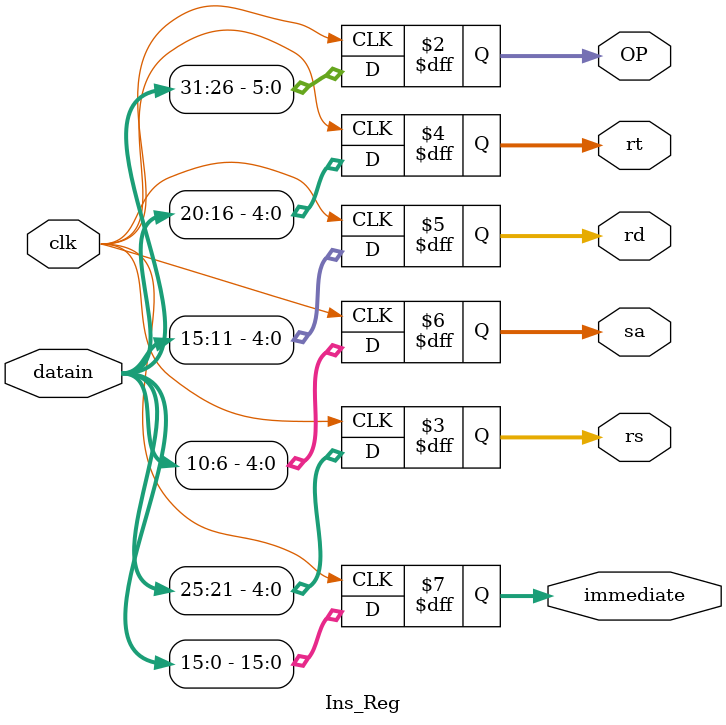
<source format=v>
`timescale 1ns / 1ps


module Ins_Reg(
    input clk,
    input [31:0]datain,
    output reg [5:0]OP,
    output reg [4:0]rs,
    output reg [4:0]rt,
    output reg [4:0]rd,
    output reg [4:0]sa,
    output reg [15:0]immediate
);
always @(posedge clk)begin
    OP= datain [31:26];
    rs= datain [25:21];
    rt= datain [20:16];
    rd= datain [15:11];
    sa= datain [10:6];
    immediate= datain [15:0];
end
endmodule
</source>
